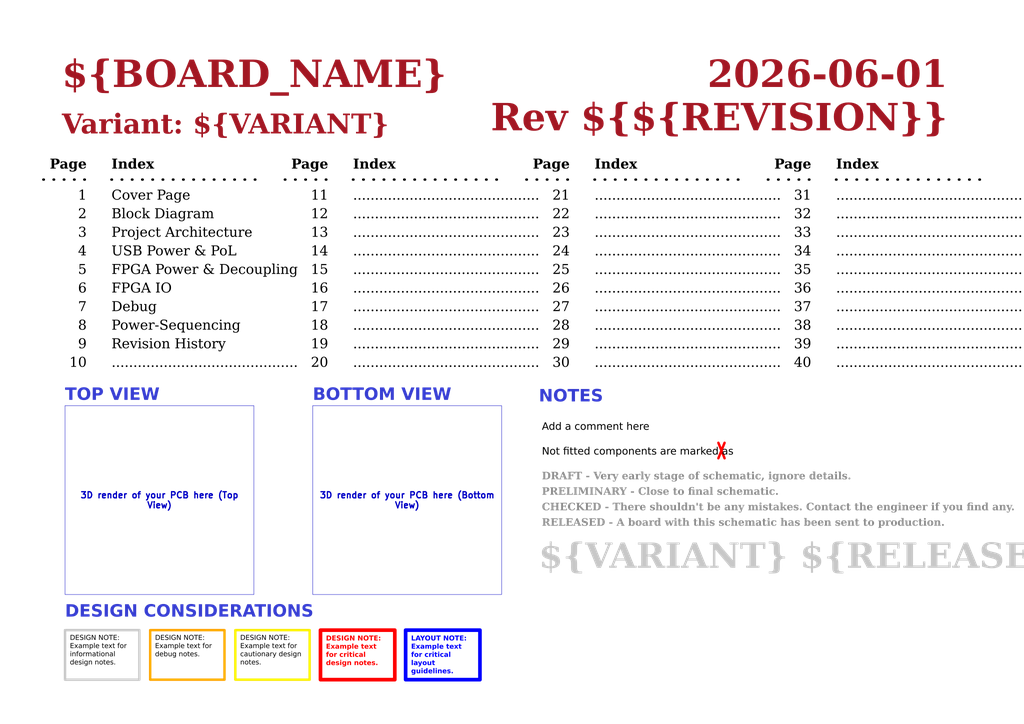
<source format=kicad_sch>
(kicad_sch (version 20250114) (generator "eeschema") (generator_version "9.0")
  (paper "A3")
  (title_block (title "Cover Page") (date "Last Modified Date") (rev "${REVISION}") (company "${COMPANY}"))
  (lib_symbols)
  (text "9" (at 35.56 144.78 0) (effects (font (size 4 4)) (justify right bottom)))
  (text "BOTTOM VIEW" (at 128.27 166.37 0) (effects (font (size 5 5) (bold yes)) (justify left bottom)))
  (text "..........................................." (at 243.84 99.06 0) (effects (font (size 4 4)) (justify left bottom)))
  (text "13" (at 134.62 99.06 0) (effects (font (size 4 4)) (justify right bottom)))
  (text "RELEASED - A board with this schematic has been sent to production." (at 222.25 217.17 0) (effects (font (size 3 3) (thickness 0.6) (bold yes)) (justify left bottom)))
  (text "Page" (at 332.74 71.12 0) (effects (font (size 4 4) (bold yes)) (justify right bottom)))
  (text "TOP VIEW" (at 26.67 166.37 0) (effects (font (size 5 5) (bold yes)) (justify left bottom)))
  (text "3" (at 35.56 99.06 0) (effects (font (size 4 4)) (justify right bottom)))
  (text "38" (at 332.74 137.16 0) (effects (font (size 4 4)) (justify right bottom)))
  (text "..........................................." (at 45.72 152.4 0) (effects (font (size 4 4)) (justify left bottom)))
  (text "Revision History" (at 45.72 144.78 0) (effects (font (size 4 4)) (justify left bottom)))
  (text "Power-Sequencing" (at 45.72 137.16 0) (effects (font (size 4 4)) (justify left bottom)))
  (text "..........................................." (at 144.78 121.92 0) (effects (font (size 4 4)) (justify left bottom)))
  (text "1" (at 35.56 83.82 0) (effects (font (size 4 4)) (justify right bottom)))
  (text "Not fitted components are marked as" (at 222.25 187.96 0) (effects (font (size 3 3)) (justify left bottom)))
  (text "..........................................." (at 243.84 152.4 0) (effects (font (size 4 4)) (justify left bottom)))
  (text "Index" (at 45.72 71.12 0) (effects (font (size 4 4) (bold yes)) (justify left bottom)))
  (text "..........................................." (at 144.78 99.06 0) (effects (font (size 4 4)) (justify left bottom)))
  (text "Index" (at 144.78 71.12 0) (effects (font (size 4 4) (bold yes)) (justify left bottom)))
  (text "27" (at 233.68 129.54 0) (effects (font (size 4 4)) (justify right bottom)))
  (text "15" (at 134.62 114.3 0) (effects (font (size 4 4)) (justify right bottom)))
  (text "6" (at 35.56 121.92 0) (effects (font (size 4 4)) (justify right bottom)))
  (text "PRELIMINARY - Close to final schematic." (at 222.25 204.47 0) (effects (font (size 3 3) (thickness 0.6) (bold yes)) (justify left bottom)))
  (text "24" (at 233.68 106.68 0) (effects (font (size 4 4)) (justify right bottom)))
  (text "${VARIANT} ${RELEASE_DATE}" (at 220.98 237.49 0) (effects (font (size 10.16 10.16) (thickness 0.6) (bold yes)) (justify left bottom)))
  (text "Page" (at 35.56 71.12 0) (effects (font (size 4 4) (bold yes)) (justify right bottom)))
  (text "USB Power & PoL" (at 45.72 106.68 0) (effects (font (size 4 4)) (justify left bottom)))
  (text "..........................................." (at 243.84 129.54 0) (effects (font (size 4 4)) (justify left bottom)))
  (text "8" (at 35.56 137.16 0) (effects (font (size 4 4)) (justify right bottom)))
  (text "14" (at 134.62 106.68 0) (effects (font (size 4 4)) (justify right bottom)))
  (text "..........................................." (at 342.9 137.16 0) (effects (font (size 4 4)) (justify left bottom)))
  (text "..........................................." (at 342.9 152.4 0) (effects (font (size 4 4)) (justify left bottom)))
  (text "23" (at 233.68 99.06 0) (effects (font (size 4 4)) (justify right bottom)))
  (text "Index" (at 243.84 71.12 0) (effects (font (size 4 4) (bold yes)) (justify left bottom)))
  (text "..........................................." (at 342.9 91.44 0) (effects (font (size 4 4)) (justify left bottom)))
  (text "5" (at 35.56 114.3 0) (effects (font (size 4 4)) (justify right bottom)))
  (text "${CURRENT_DATE}" (at 388.62 40.64 0) (effects (font (size 11 11) (thickness 1) (bold yes)) (justify right bottom)))
  (text "26" (at 233.68 121.92 0) (effects (font (size 4 4)) (justify right bottom)))
  (text "16" (at 134.62 121.92 0) (effects (font (size 4 4)) (justify right bottom)))
  (text "10" (at 35.56 152.4 0) (effects (font (size 4 4)) (justify right bottom)))
  (text "35" (at 332.74 114.3 0) (effects (font (size 4 4)) (justify right bottom)))
  (text "18" (at 134.62 137.16 0) (effects (font (size 4 4)) (justify right bottom)))
  (text "33" (at 332.74 99.06 0) (effects (font (size 4 4)) (justify right bottom)))
  (text "Variant: ${VARIANT}" (at 25.4 58.42 0) (effects (font (size 8 8) (thickness 1) (bold yes)) (justify left bottom)))
  (text "4" (at 35.56 106.68 0) (effects (font (size 4 4)) (justify right bottom)))
  (text "11" (at 134.62 83.82 0) (effects (font (size 4 4)) (justify right bottom)))
  (text "Rev ${REVISION}" (at 388.62 58.42 0) (effects (font (size 11 11) (thickness 1) (bold yes)) (justify right bottom)))
  (text "..........................................." (at 243.84 106.68 0) (effects (font (size 4 4)) (justify left bottom)))
  (text "28" (at 233.68 137.16 0) (effects (font (size 4 4)) (justify right bottom)))
  (text "..........................................." (at 243.84 144.78 0) (effects (font (size 4 4)) (justify left bottom)))
  (text "..........................................." (at 243.84 91.44 0) (effects (font (size 4 4)) (justify left bottom)))
  (text "..........................................." (at 342.9 144.78 0) (effects (font (size 4 4)) (justify left bottom)))
  (text "FPGA Power & Decoupling" (at 45.72 114.3 0) (effects (font (size 4 4)) (justify left bottom)))
  (text "Page" (at 233.68 71.12 0) (effects (font (size 4 4) (bold yes)) (justify right bottom)))
  (text "..........................................." (at 144.78 144.78 0) (effects (font (size 4 4)) (justify left bottom)))
  (text "..........................................." (at 144.78 83.82 0) (effects (font (size 4 4)) (justify left bottom)))
  (text "..........................................." (at 144.78 129.54 0) (effects (font (size 4 4)) (justify left bottom)))
  (text "31" (at 332.74 83.82 0) (effects (font (size 4 4)) (justify right bottom)))
  (text "36" (at 332.74 121.92 0) (effects (font (size 4 4)) (justify right bottom)))
  (text "..........................................." (at 243.84 137.16 0) (effects (font (size 4 4)) (justify left bottom)))
  (text "22" (at 233.68 91.44 0) (effects (font (size 4 4)) (justify right bottom)))
  (text "..........................................." (at 144.78 114.3 0) (effects (font (size 4 4)) (justify left bottom)))
  (text "..........................................." (at 342.9 83.82 0) (effects (font (size 4 4)) (justify left bottom)))
  (text "25" (at 233.68 114.3 0) (effects (font (size 4 4)) (justify right bottom)))
  (text "${BOARD_NAME}" (at 25.4 40.64 0) (effects (font (size 11 11) (thickness 1) (bold yes)) (justify left bottom)))
  (text "..........................................." (at 243.84 121.92 0) (effects (font (size 4 4)) (justify left bottom)))
  (text "..........................................." (at 342.9 106.68 0) (effects (font (size 4 4)) (justify left bottom)))
  (text "37" (at 332.74 129.54 0) (effects (font (size 4 4)) (justify right bottom)))
  (text "Page" (at 134.62 71.12 0) (effects (font (size 4 4) (bold yes)) (justify right bottom)))
  (text "DRAFT - Very early stage of schematic, ignore details." (at 222.25 198.12 0) (effects (font (size 3 3) (thickness 0.6) (bold yes)) (justify left bottom)))
  (text "..........................................." (at 144.78 106.68 0) (effects (font (size 4 4)) (justify left bottom)))
  (text "Index" (at 342.9 71.12 0) (effects (font (size 4 4) (bold yes)) (justify left bottom)))
  (text "FPGA IO" (at 45.72 121.92 0) (effects (font (size 4 4)) (justify left bottom)))
  (text "..........................................." (at 342.9 121.92 0) (effects (font (size 4 4)) (justify left bottom)))
  (text "..........................................." (at 342.9 114.3 0) (effects (font (size 4 4)) (justify left bottom)))
  (text "Block Diagram" (at 45.72 91.44 0) (effects (font (size 4 4)) (justify left bottom)))
  (text "19" (at 134.62 144.78 0) (effects (font (size 4 4)) (justify right bottom)))
  (text "30" (at 233.68 152.4 0) (effects (font (size 4 4)) (justify right bottom)))
  (text "7" (at 35.56 129.54 0) (effects (font (size 4 4)) (justify right bottom)))
  (text "..........................................." (at 243.84 114.3 0) (effects (font (size 4 4)) (justify left bottom)))
  (text "12" (at 134.62 91.44 0) (effects (font (size 4 4)) (justify right bottom)))
  (text "21" (at 233.68 83.82 0) (effects (font (size 4 4)) (justify right bottom)))
  (text "Add a comment here" (at 222.25 177.8 0) (effects (font (size 3 3)) (justify left bottom)))
  (text "2" (at 35.56 91.44 0) (effects (font (size 4 4)) (justify right bottom)))
  (text "39" (at 332.74 144.78 0) (effects (font (size 4 4)) (justify right bottom)))
  (text "..........................................." (at 144.78 137.16 0) (effects (font (size 4 4)) (justify left bottom)))
  (text "..........................................." (at 342.9 99.06 0) (effects (font (size 4 4)) (justify left bottom)))
  (text "..........................................." (at 144.78 152.4 0) (effects (font (size 4 4)) (justify left bottom)))
  (text "34" (at 332.74 106.68 0) (effects (font (size 4 4)) (justify right bottom)))
  (text "29" (at 233.68 144.78 0) (effects (font (size 4 4)) (justify right bottom)))
  (text "Cover Page" (at 45.72 83.82 0) (effects (font (size 4 4)) (justify left bottom)))
  (text "NOTES" (at 220.98 167.005 0) (effects (font (size 5 5) (bold yes)) (justify left bottom)))
  (text "..........................................." (at 144.78 91.44 0) (effects (font (size 4 4)) (justify left bottom)))
  (text "Project Architecture" (at 45.72 99.06 0) (effects (font (size 4 4)) (justify left bottom)))
  (text "CHECKED - There shouldn't be any mistakes. Contact the engineer if you find any." (at 222.25 210.82 0) (effects (font (size 3 3) (thickness 0.6) (bold yes)) (justify left bottom)))
  (text "..........................................." (at 243.84 83.82 0) (effects (font (size 4 4)) (justify left bottom)))
  (text "20" (at 134.62 152.4 0) (effects (font (size 4 4)) (justify right bottom)))
  (text "32" (at 332.74 91.44 0) (effects (font (size 4 4)) (justify right bottom)))
  (text "..........................................." (at 342.9 129.54 0) (effects (font (size 4 4)) (justify left bottom)))
  (text "DESIGN CONSIDERATIONS" (at 26.67 255.27 0) (effects (font (size 5 5) (bold yes)) (justify left bottom)))
  (text "40" (at 332.74 152.4 0) (effects (font (size 4 4)) (justify right bottom)))
  (text "Debug" (at 45.72 129.54 0) (effects (font (size 4 4)) (justify left bottom)))
  (text "17" (at 134.62 129.54 0) (effects (font (size 4 4)) (justify right bottom)))
  (text_box "3D render of your PCB here (Bottom View)" (at 128.27 166.37 0) (size 77.47 77.47) (margins 1.905 1.905 1.905 1.905) (effects (font (size 2.54 2.54) (thickness 0.508) (bold yes))))
  (text_box "3D render of your PCB here (Top View)" (at 26.67 166.37 0) (size 77.47 77.47) (margins 1.905 1.905 1.905 1.905) (effects (font (size 2.54 2.54) (thickness 0.508) (bold yes))))
  (text_box "Metadata can be set in File → Schematic Setup → Project → Text Variables" (at 8.89 300.99 0) (size 119.38 6.35) (margins 1.9049 1.9049 1.9049 1.9049) (stroke (width -0.0001)) (effects (font (size 2.54 2.54) (thickness 0.381) (bold yes)) (justify right top)))
  (text_box "DESIGN NOTE:\nExample text for informational design notes." (at 26.67 258.445 0) (size 30.48 20.32) (margins 2 2 2 2) (stroke (width 1) (color 200 200 200 1)) (effects (font (size 2 2)) (justify left top)))
  (text_box "LAYOUT NOTE:\nExample text for critical layout guidelines." (at 166.37 258.445 0) (size 30.48 20.32) (margins 2.25 2.25 2.25 2.25) (stroke (width 1.5) (color 0 0 255 1)) (effects (font (size 2 2) (thickness 0.4) (bold yes)) (justify left top)))
  (text_box "DESIGN NOTE:\nExample text for cautionary design notes." (at 96.52 258.445 0) (size 30.48 20.32) (margins 2 2 2 2) (stroke (width 1) (color 250 236 0 1)) (effects (font (size 2 2)) (justify left top)))
  (text_box "DESIGN NOTE:\nExample text for debug notes." (at 61.595 258.445 0) (size 30.48 20.32) (margins 2 2 2 2) (stroke (width 1) (color 255 165 0 1)) (effects (font (size 2 2)) (justify left top)))
  (text_box "DESIGN NOTE:\nExample text for critical design notes." (at 131.445 258.445 0) (size 30.48 20.32) (margins 2.25 2.25 2.25 2.25) (stroke (width 1.5) (color 255 0 0 1)) (effects (font (size 2 2) (thickness 0.4) (bold yes)) (justify left top)))
  (polyline (pts (xy 215.9 73.66) (xy 233.68 73.66)) (stroke (width 1) (type dot) (color 0 0 0 1)))
  (polyline (pts (xy 297.18 181.61) (xy 294.64 187.96)) (stroke (width 1) (color 255 0 0 1)))
  (polyline (pts (xy 45.72 73.66) (xy 106.68 73.66)) (stroke (width 1) (type dot) (color 0 0 0 1)))
  (polyline (pts (xy 342.9 73.66) (xy 403.86 73.66)) (stroke (width 1) (type dot) (color 0 0 0 1)))
  (polyline (pts (xy 243.84 73.66) (xy 304.8 73.66)) (stroke (width 1) (type dot) (color 0 0 0 1)))
  (polyline (pts (xy 116.84 73.66) (xy 134.62 73.66)) (stroke (width 1) (type dot) (color 0 0 0 1)))
  (polyline (pts (xy 17.78 73.66) (xy 35.56 73.66)) (stroke (width 1) (type dot) (color 0 0 0 1)))
  (polyline (pts (xy 294.64 181.61) (xy 297.18 187.96)) (stroke (width 1) (color 255 0 0 1)))
  (polyline (pts (xy 144.78 73.66) (xy 205.74 73.66)) (stroke (width 1) (type dot) (color 0 0 0 1)))
  (polyline (pts (xy 314.96 73.66) (xy 332.74 73.66)) (stroke (width 1) (type dot) (color 0 0 0 1)))
  (sheet (at 340.36 313.69) (size 35.56 5.08) (stroke (width 0.1524))
    (property "Sheetname" "Power - Sequencing" (at 340.36 312.6609 0) (effects (font (size 1.905 1.905) (bold yes)) (justify left bottom)))
    (property "Sheetfile" "Power - Sequencing.kicad_sch" (at 341.63 314.96 0) (effects (justify left top)))
  )
  (sheet (at 299.72 302.26) (size 35.56 5.08) (stroke (width 0.1524))
    (property "Sheetname" "Block Diagram" (at 299.72 301.2309 0) (effects (font (size 1.905 1.905) (bold yes)) (justify left bottom)))
    (property "Sheetfile" "Block Diagram.kicad_sch" (at 300.99 303.53 0) (effects (justify left top)))
  )
  (sheet (at 340.36 302.26) (size 35.56 5.08)
    (property "Sheetname" "Revision History" (at 340.36 300.99 0) (effects (font (size 1.905 1.905) (bold yes)) (justify left bottom)))
    (property "Sheetfile" "Revision History.kicad_sch" (at 340.995 303.53 0) (effects (justify left top)))
  )
  (sheet (at 299.72 313.69) (size 35.56 5.08) (stroke (width 0.1524))
    (property "Sheetname" "Project Architecture" (at 299.72 312.6609 0) (effects (font (size 1.905 1.905) (bold yes)) (justify left bottom)))
    (property "Sheetfile" "Project Architecture.kicad_sch" (at 300.99 314.96 0) (effects (justify left top)))
  )
)
</source>
